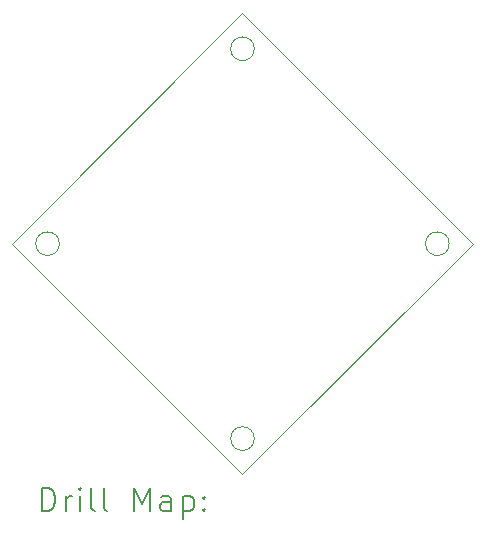
<source format=gbr>
%TF.GenerationSoftware,KiCad,Pcbnew,(6.0.9)*%
%TF.CreationDate,2023-04-13T12:37:26+10:00*%
%TF.ProjectId,Dpadright,44706164-7269-4676-9874-2e6b69636164,rev?*%
%TF.SameCoordinates,PX61094f0PY518a060*%
%TF.FileFunction,Drillmap*%
%TF.FilePolarity,Positive*%
%FSLAX45Y45*%
G04 Gerber Fmt 4.5, Leading zero omitted, Abs format (unit mm)*
G04 Created by KiCad (PCBNEW (6.0.9)) date 2023-04-13 12:37:26*
%MOMM*%
%LPD*%
G01*
G04 APERTURE LIST*
%ADD10C,0.100000*%
%ADD11C,0.200000*%
G04 APERTURE END LIST*
D10*
X3700000Y0D02*
G75*
G03*
X3700000Y0I-100000J0D01*
G01*
X2050000Y1650000D02*
G75*
G03*
X2050000Y1650000I-100000J0D01*
G01*
X1950000Y-1950000D02*
X3900000Y0D01*
X2050000Y-1650000D02*
G75*
G03*
X2050000Y-1650000I-100000J0D01*
G01*
X400000Y0D02*
G75*
G03*
X400000Y0I-100000J0D01*
G01*
X1950000Y1950000D02*
X0Y0D01*
X0Y0D02*
X1950000Y-1950000D01*
X3900000Y0D02*
X1950000Y1950000D01*
D11*
X252619Y-2265476D02*
X252619Y-2065476D01*
X300238Y-2065476D01*
X328810Y-2075000D01*
X347857Y-2094048D01*
X357381Y-2113095D01*
X366905Y-2151190D01*
X366905Y-2179762D01*
X357381Y-2217857D01*
X347857Y-2236905D01*
X328810Y-2255952D01*
X300238Y-2265476D01*
X252619Y-2265476D01*
X452619Y-2265476D02*
X452619Y-2132143D01*
X452619Y-2170238D02*
X462143Y-2151190D01*
X471667Y-2141667D01*
X490714Y-2132143D01*
X509762Y-2132143D01*
X576429Y-2265476D02*
X576429Y-2132143D01*
X576429Y-2065476D02*
X566905Y-2075000D01*
X576429Y-2084524D01*
X585952Y-2075000D01*
X576429Y-2065476D01*
X576429Y-2084524D01*
X700238Y-2265476D02*
X681190Y-2255952D01*
X671667Y-2236905D01*
X671667Y-2065476D01*
X805000Y-2265476D02*
X785952Y-2255952D01*
X776428Y-2236905D01*
X776428Y-2065476D01*
X1033571Y-2265476D02*
X1033571Y-2065476D01*
X1100238Y-2208333D01*
X1166905Y-2065476D01*
X1166905Y-2265476D01*
X1347857Y-2265476D02*
X1347857Y-2160714D01*
X1338333Y-2141667D01*
X1319286Y-2132143D01*
X1281190Y-2132143D01*
X1262143Y-2141667D01*
X1347857Y-2255952D02*
X1328810Y-2265476D01*
X1281190Y-2265476D01*
X1262143Y-2255952D01*
X1252619Y-2236905D01*
X1252619Y-2217857D01*
X1262143Y-2198810D01*
X1281190Y-2189286D01*
X1328810Y-2189286D01*
X1347857Y-2179762D01*
X1443095Y-2132143D02*
X1443095Y-2332143D01*
X1443095Y-2141667D02*
X1462143Y-2132143D01*
X1500238Y-2132143D01*
X1519286Y-2141667D01*
X1528809Y-2151190D01*
X1538333Y-2170238D01*
X1538333Y-2227381D01*
X1528809Y-2246429D01*
X1519286Y-2255952D01*
X1500238Y-2265476D01*
X1462143Y-2265476D01*
X1443095Y-2255952D01*
X1624048Y-2246429D02*
X1633571Y-2255952D01*
X1624048Y-2265476D01*
X1614524Y-2255952D01*
X1624048Y-2246429D01*
X1624048Y-2265476D01*
X1624048Y-2141667D02*
X1633571Y-2151190D01*
X1624048Y-2160714D01*
X1614524Y-2151190D01*
X1624048Y-2141667D01*
X1624048Y-2160714D01*
M02*

</source>
